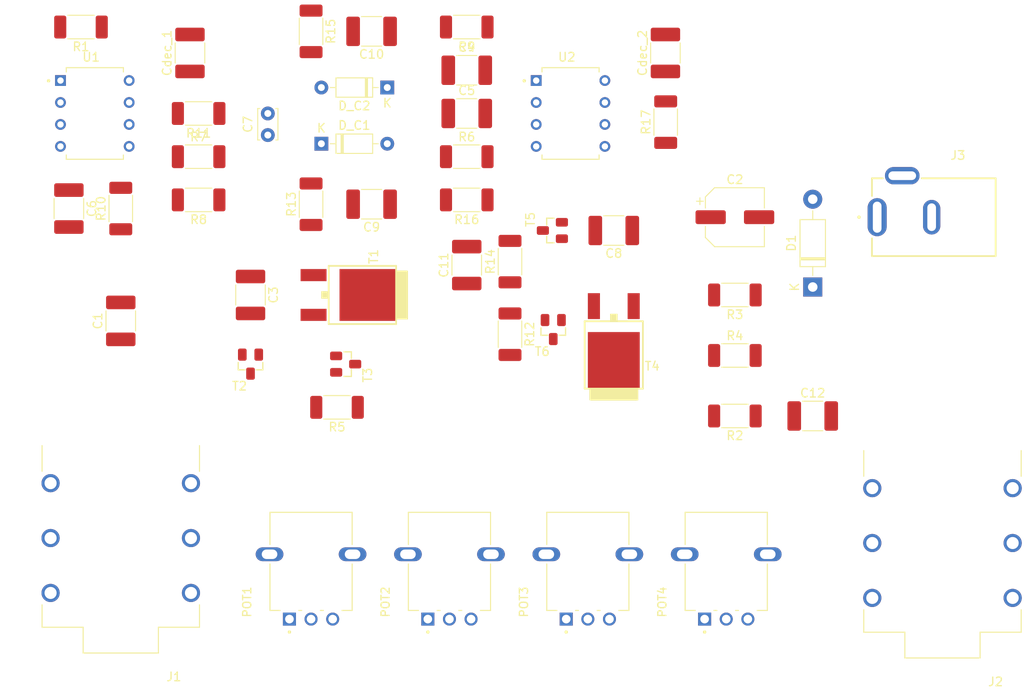
<source format=kicad_pcb>
(kicad_pcb (version 20240108) (generator "pcbnew") (generator_version "8.0")
  (layers (0 "F.Cu" signal) (31 "B.Cu" signal) (34 "B.Paste" user) (35 "F.Paste" user) (36 "B.SilkS" user "B.Silkscreen") (37 "F.SilkS" user "F.Silkscreen") (38 "B.Mask" user) (39 "F.Mask" user) (44 "Edge.Cuts" user))
  (net 0 "")
  (net 1 "Net-(C1-Pad1)")
  (net 2 "Net-(U1A-1IN+)")
  (net 3 "GND")
  (net 4 "+9V")
  (net 5 "Net-(U1A-1IN-)")
  (net 6 "Net-(C3-Pad2)")
  (net 7 "HF_BOOST")
  (net 8 "Net-(C4-Pad2)")
  (net 9 "Net-(U2A-1IN+)")
  (net 10 "Net-(C6-Pad1)")
  (net 11 "Net-(C7-Pad1)")
  (net 12 "Net-(U1B-2IN-)")
  (net 13 "Net-(U2A-1IN-)")
  (net 14 "Net-(C8-Pad2)")
  (net 15 "Net-(U1B-2OUT)")
  (net 16 "Net-(C9-Pad2)")
  (net 17 "Net-(C10-Pad2)")
  (net 18 "Net-(D_C1-K)")
  (net 19 "Net-(C11-Pad1)")
  (net 20 "Net-(C11-Pad2)")
  (net 21 "Net-(C12-Pad1)")
  (net 22 "Net-(C12-Pad2)")
  (net 23 "Net-(D1-K)")
  (net 24 "Net-(D1-A)")
  (net 35 "Net-(POT2-Pad1)")
  (net 36 "Net-(U2B-2IN+)")
  (net 37 "Net-(POT3-Pad1)")
  (net 38 "Net-(POT3-Pad3)")
  (net 39 "Net-(U2B-2IN-)")
  (net 40 "4.5V")
  (net 41 "Net-(U1B-2IN+)")
  (net 42 "Net-(T1-Pad3)")
  (net 43 "Net-(T4-Pad3)")
  (footprint "Resistor_SMD:R_2010_5025Metric_Pad1.40x2.65mm_HandSolder" (layer "F.Cu") (at 176 83.5 -90)
    (property "Reference" "R15" (at 0 -2.28 90) (layer "F.SilkS"))
    (property "Value" "1k")
    (fp_line (start -1.527064 1.36) (end 1.527064 1.36) (stroke (width 0.12)) (layer "F.SilkS"))
    (fp_line (start -1.527064 -1.36) (end 1.527064 -1.36) (stroke (width 0.12)) (layer "F.SilkS"))
    (pad "1" smd roundrect (at -2.4 0 270) (size 1.4 2.65) (layers "F.Cu" "F.Paste" "F.Mask") (roundrect_rratio 0.178571) (net 17 "Net-(C10-Pad2)"))
    (pad "2" smd roundrect (at 2.4 0 270) (size 1.4 2.65) (layers "F.Cu" "F.Paste" "F.Mask") (roundrect_rratio 0.178571) (net 37 "Net-(POT3-Pad1)"))
  )
  (footprint "TL072:TL072footprint" (layer "F.Cu") (at 151 93)
    (property "Reference" "U1" (at -0.42932 -6.51912 0) (layer "F.SilkS") (effects (font (size 1.004583 1.004583))))
    (property "Value" "TL072")
    (fp_line (start -3.3 -5.3) (end -3.3 -4.8) (stroke (width 0.127)) (layer "F.SilkS"))
    (fp_line (start -3.3 -5.3) (end 3.3 -5.3) (stroke (width 0.127)) (layer "F.SilkS"))
    (fp_line (start -3.3 4.8) (end -3.3 5.3) (stroke (width 0.127)) (layer "F.SilkS"))
    (fp_line (start 3.3 -5.3) (end 3.3 -4.8) (stroke (width 0.127)) (layer "F.SilkS"))
    (fp_line (start 3.3 4.8) (end 3.3 5.3) (stroke (width 0.127)) (layer "F.SilkS"))
    (fp_line (start 3.3 5.3) (end -3.3 5.3) (stroke (width 0.127)) (layer "F.SilkS"))
    (fp_circle (center -5.35 -3.78) (end -5.25 -3.78) (stroke (width 0.2)) (fill none) (layer "F.SilkS"))
    (pad "1" thru_hole rect (at -3.97 -3.81) (size 1.248 1.248) (drill 0.74) (layers "*.Cu" "*.Mask") (net 5 "Net-(U1A-1IN-)"))
    (pad "2" thru_hole circle (at -3.97 -1.27) (size 1.248 1.248) (drill 0.74) (layers "*.Cu" "*.Mask") (net 5 "Net-(U1A-1IN-)"))
    (pad "3" thru_hole circle (at -3.97 1.27) (size 1.248 1.248) (drill 0.74) (layers "*.Cu" "*.Mask") (net 2 "Net-(U1A-1IN+)"))
    (pad "4" thru_hole circle (at -3.97 3.81) (size 1.248 1.248) (drill 0.74) (layers "*.Cu" "*.Mask") (net 3 "GND"))
    (pad "5" thru_hole circle (at 3.97 3.81) (size 1.248 1.248) (drill 0.74) (layers "*.Cu" "*.Mask") (net 41 "Net-(U1B-2IN+)"))
    (pad "6" thru_hole circle (at 3.97 1.27) (size 1.248 1.248) (drill 0.74) (layers "*.Cu" "*.Mask") (net 12 "Net-(U1B-2IN-)"))
    (pad "7" thru_hole circle (at 3.97 -1.27) (size 1.248 1.248) (drill 0.74) (layers "*.Cu" "*.Mask") (net 15 "Net-(U1B-2OUT)"))
    (pad "8" thru_hole circle (at 3.97 -3.81) (size 1.248 1.248) (drill 0.74) (layers "*.Cu" "*.Mask") (net 4 "+9V"))
  )
  (footprint "9mm APLHA:POT_RD901F-40-15R1-B100K-00DL1" (layer "F.Cu") (at 192 144 90)
    (property "Reference" "POT2" (at -5.525 -7.4 270) (layer "F.SilkS") (effects (font (size 0.944882 0.944882))))
    (property "Value" "500k")
    (fp_line (start 4.85 -4.75) (end 4.85 4.75) (stroke (width 0.127)) (layer "F.SilkS"))
    (fp_line (start 1.12 -4.75) (end 4.85 -4.75) (stroke (width 0.127)) (layer "F.SilkS"))
    (fp_line (start -6.5 -4.75) (end -1.12 -4.75) (stroke (width 0.127)) (layer "F.SilkS"))
    (fp_line (start -6.5 -3.574) (end -6.5 -4.75) (stroke (width 0.127)) (layer "F.SilkS"))
    (fp_line (start -6.5 -1.074) (end -6.5 -1.426) (stroke (width 0.127)) (layer "F.SilkS"))
    (fp_line (start -6.5 1.426) (end -6.5 1.074) (stroke (width 0.127)) (layer "F.SilkS"))
    (fp_line (start -6.5 3.574) (end -6.5 4.75) (stroke (width 0.127)) (layer "F.SilkS"))
    (fp_line (start 4.85 4.75) (end 1.12 4.75) (stroke (width 0.127)) (layer "F.SilkS"))
    (fp_line (start -1.12 4.75) (end -6.5 4.75) (stroke (width 0.127)) (layer "F.SilkS"))
    (fp_circle (center -9 -2.5) (end -8.9 -2.5) (stroke (width 0.2)) (fill none) (layer "F.SilkS"))
    (pad "1" thru_hole rect (at -7.5 -2.5 90) (size 1.508 1.508) (drill 1) (layers "*.Cu" "*.Mask") (net 35 "Net-(POT2-Pad1)"))
    (pad "2" thru_hole circle (at -7.5 0 90) (size 1.508 1.508) (drill 1) (layers "*.Cu" "*.Mask") (net 3 "GND"))
    (pad "3" thru_hole circle (at -7.5 2.5 90) (size 1.508 1.508) (drill 1) (layers "*.Cu" "*.Mask"))
    (pad "SH1" thru_hole oval (at 0 -4.8 90) (size 1.6 3.2) (drill oval 1.1 1.8) (layers "*.Cu" "*.Mask"))
    (pad "SH2" thru_hole oval (at 0 4.8 90) (size 1.6 3.2) (drill oval 1.1 1.8) (layers "*.Cu" "*.Mask"))
  )
  (footprint "Capacitor_SMD:CP_Elec_6.3x5.4" (layer "F.Cu") (at 225 105)
    (property "Reference" "C2" (at 0 -4.35 360) (layer "F.SilkS"))
    (property "Value" "100u")
    (fp_line (start -4.4375 -1.8475) (end -3.65 -1.8475) (stroke (width 0.12)) (layer "F.SilkS"))
    (fp_line (start -4.04375 -2.24125) (end -4.04375 -1.45375) (stroke (width 0.12)) (layer "F.SilkS"))
    (fp_line (start -3.41 -2.345563) (end -3.41 -1.06) (stroke (width 0.12)) (layer "F.SilkS"))
    (fp_line (start -3.41 -2.345563) (end -2.345563 -3.41) (stroke (width 0.12)) (layer "F.SilkS"))
    (fp_line (start -3.41 2.345563) (end -3.41 1.06) (stroke (width 0.12)) (layer "F.SilkS"))
    (fp_line (start -3.41 2.345563) (end -2.345563 3.41) (stroke (width 0.12)) (layer "F.SilkS"))
    (fp_line (start -2.345563 -3.41) (end 3.41 -3.41) (stroke (width 0.12)) (layer "F.SilkS"))
    (fp_line (start -2.345563 3.41) (end 3.41 3.41) (stroke (width 0.12)) (layer "F.SilkS"))
    (fp_line (start 3.41 -3.41) (end 3.41 -1.06) (stroke (width 0.12)) (layer "F.SilkS"))
    (fp_line (start 3.41 3.41) (end 3.41 1.06) (stroke (width 0.12)) (layer "F.SilkS"))
    (pad "1" smd roundrect (at -2.8 0) (size 3.5 1.6) (layers "F.Cu" "F.Paste" "F.Mask") (roundrect_rratio 0.15625) (net 4 "+9V"))
    (pad "2" smd roundrect (at 2.8 0) (size 3.5 1.6) (layers "F.Cu" "F.Paste" "F.Mask") (roundrect_rratio 0.15625) (net 3 "GND"))
  )
  (footprint "Resistor_SMD:R_2010_5025Metric_Pad1.40x2.65mm_HandSolder" (layer "F.Cu") (at 149.4 83 180)
    (property "Reference" "R1" (at 0 -2.28 180) (layer "F.SilkS"))
    (property "Value" "1M")
    (fp_line (start -1.527064 1.36) (end 1.527064 1.36) (stroke (width 0.12)) (layer "F.SilkS"))
    (fp_line (start -1.527064 -1.36) (end 1.527064 -1.36) (stroke (width 0.12)) (layer "F.SilkS"))
    (pad "1" smd roundrect (at -2.4 0 180) (size 1.4 2.65) (layers "F.Cu" "F.Paste" "F.Mask") (roundrect_rratio 0.178571) (net 40 "4.5V"))
    (pad "2" smd roundrect (at 2.4 0 180) (size 1.4 2.65) (layers "F.Cu" "F.Paste" "F.Mask") (roundrect_rratio 0.178571) (net 2 "Net-(U1A-1IN+)"))
  )
  (footprint "Capacitor_SMD:C_1812_4532Metric_Pad1.57x3.40mm_HandSolder" (layer "F.Cu") (at 148 104 -90)
    (property "Reference" "C6" (at 0 -2.65 90) (layer "F.SilkS"))
    (property "Value" "0.1u")
    (fp_line (start -1.161252 1.71) (end 1.161252 1.71) (stroke (width 0.12)) (layer "F.SilkS"))
    (fp_line (start -1.161252 -1.71) (end 1.161252 -1.71) (stroke (width 0.12)) (layer "F.SilkS"))
    (pad "1" smd roundrect (at -2.1375 0 270) (size 1.575 3.4) (layers "F.Cu" "F.Paste" "F.Mask") (roundrect_rratio 0.15873) (net 10 "Net-(C6-Pad1)"))
    (pad "2" smd roundrect (at 2.1375 0 270) (size 1.575 3.4) (layers "F.Cu" "F.Paste" "F.Mask") (roundrect_rratio 0.15873) (net 7 "HF_BOOST"))
  )
  (footprint "TL072:TL072footprint" (layer "F.Cu") (at 206 93)
    (property "Reference" "U2" (at -0.42932 -6.51912 0) (layer "F.SilkS") (effects (font (size 1.004583 1.004583))))
    (property "Value" "TL072")
    (fp_line (start -3.3 -5.3) (end -3.3 -4.8) (stroke (width 0.127)) (layer "F.SilkS"))
    (fp_line (start -3.3 -5.3) (end 3.3 -5.3) (stroke (width 0.127)) (layer "F.SilkS"))
    (fp_line (start -3.3 4.8) (end -3.3 5.3) (stroke (width 0.127)) (layer "F.SilkS"))
    (fp_line (start 3.3 -5.3) (end 3.3 -4.8) (stroke (width 0.127)) (layer "F.SilkS"))
    (fp_line (start 3.3 4.8) (end 3.3 5.3) (stroke (width 0.127)) (layer "F.SilkS"))
    (fp_line (start 3.3 5.3) (end -3.3 5.3) (stroke (width 0.127)) (layer "F.SilkS"))
    (fp_circle (center -5.35 -3.78) (end -5.25 -3.78) (stroke (width 0.2)) (fill none) (layer "F.SilkS"))
    (pad "1" thru_hole rect (at -3.97 -3.81) (size 1.248 1.248) (drill 0.74) (layers "*.Cu" "*.Mask") (net 13 "Net-(U2A-1IN-)"))
    (pad "2" thru_hole circle (at -3.97 -1.27) (size 1.248 1.248) (drill 0.74) (layers "*.Cu" "*.Mask") (net 13 "Net-(U2A-1IN-)"))
    (pad "3" thru_hole circle (at -3.97 1.27) (size 1.248 1.248) (drill 0.74) (layers "*.Cu" "*.Mask") (net 9 "Net-(U2A-1IN+)"))
    (pad "4" thru_hole circle (at -3.97 3.81) (size 1.248 1.248) (drill 0.74) (layers "*.Cu" "*.Mask") (net 3 "GND"))
    (pad "5" thru_hole circle (at 3.97 3.81) (size 1.248 1.248) (drill 0.74) (layers "*.Cu" "*.Mask") (net 36 "Net-(U2B-2IN+)"))
    (pad "6" thru_hole circle (at 3.97 1.27) (size 1.248 1.248) (drill 0.74) (layers "*.Cu" "*.Mask") (net 39 "Net-(U2B-2IN-)"))
    (pad "7" thru_hole circle (at 3.97 -1.27) (size 1.248 1.248) (drill 0.74) (layers "*.Cu" "*.Mask") (net 39 "Net-(U2B-2IN-)"))
    (pad "8" thru_hole circle (at 3.97 -3.81) (size 1.248 1.248) (drill 0.74) (layers "*.Cu" "*.Mask") (net 4 "+9V"))
  )
  (footprint "Capacitor_SMD:C_1812_4532Metric_Pad1.57x3.40mm_HandSolder" (layer "F.Cu") (at 183 83.5 180)
    (property "Reference" "C10" (at 0 -2.65 180) (layer "F.SilkS"))
    (property "Value" "0.1u")
    (fp_line (start -1.161252 1.71) (end 1.161252 1.71) (stroke (width 0.12)) (layer "F.SilkS"))
    (fp_line (start -1.161252 -1.71) (end 1.161252 -1.71) (stroke (width 0.12)) (layer "F.SilkS"))
    (pad "1" smd roundrect (at -2.1375 0 180) (size 1.575 3.4) (layers "F.Cu" "F.Paste" "F.Mask") (roundrect_rratio 0.15873) (net 18 "Net-(D_C1-K)"))
    (pad "2" smd roundrect (at 2.1375 0 180) (size 1.575 3.4) (layers "F.Cu" "F.Paste" "F.Mask") (roundrect_rratio 0.15873) (net 17 "Net-(C10-Pad2)"))
  )
  (footprint "Jack DCJ200 DC_2.1_THT:GCT_DCJ200-10-A-XX-K_REVA" (layer "F.Cu") (at 248 105 90)
    (property "Reference" "J3" (at 7.15 2.7875 360) (layer "F.SilkS"))
    (property "Value" "DC jack")
    (fp_line (start 4.5 -7.15) (end 4.5 -5.9) (stroke (width 0.2)) (layer "F.SilkS"))
    (fp_line (start 2.45 -7.15) (end 4.5 -7.15) (stroke (width 0.2)) (layer "F.SilkS"))
    (fp_line (start -2.45 -7.15) (end -4.5 -7.15) (stroke (width 0.2)) (layer "F.SilkS"))
    (fp_line (start 4.5 7.15) (end 4.5 -1.4) (stroke (width 0.2)) (layer "F.SilkS"))
    (fp_line (start -4.5 7.15) (end -4.5 -7.15) (stroke (width 0.2)) (layer "F.SilkS"))
    (fp_line (start -4.5 7.15) (end 4.5 7.15) (stroke (width 0.2)) (layer "F.SilkS"))
    (fp_circle (center 0 -8.65) (end 0.1 -8.65) (stroke (width 0.2)) (fill none) (layer "F.SilkS"))
    (pad "1" thru_hole oval (at 0 -6.55 90) (size 4.4 2.2) (drill oval 3.6 1) (layers "*.Cu" "*.Mask") (net 24 "Net-(D1-A)"))
    (pad "2" thru_hole oval (at 0 -0.25 90) (size 4 2) (drill oval 3.2 1) (layers "*.Cu" "*.Mask") (net 3 "GND"))
    (pad "3" thru_hole oval (at 4.8 -3.65 90) (size 2 4) (drill oval 1 3.2) (layers "*.Cu" "*.Mask"))
  )
  (footprint "Resistor_SMD:R_2010_5025Metric_Pad1.40x2.65mm_HandSolder" (layer "F.Cu") (at 163 103 180)
    (property "Reference" "R8" (at 0 -2.28 180) (layer "F.SilkS"))
    (property "Value" "10K")
    (fp_line (start -1.527064 1.36) (end 1.527064 1.36) (stroke (width 0.12)) (layer "F.SilkS"))
    (fp_line (start -1.527064 -1.36) (end 1.527064 -1.36) (stroke (width 0.12)) (layer "F.SilkS"))
    (pad "1" smd roundrect (at -2.4 0 180) (size 1.4 2.65) (layers "F.Cu" "F.Paste" "F.Mask") (roundrect_rratio 0.178571) (net 7 "HF_BOOST"))
    (pad "2" smd roundrect (at 2.4 0 180) (size 1.4 2.65) (layers "F.Cu" "F.Paste" "F.Mask") (roundrect_rratio 0.178571) (net 41 "Net-(U1B-2IN+)"))
  )
  (footprint "Resistor_SMD:R_2010_5025Metric_Pad1.40x2.65mm_HandSolder" (layer "F.Cu") (at 176 103.5 90)
    (property "Reference" "R13" (at 0 -2.28 270) (layer "F.SilkS"))
    (property "Value" "330")
    (fp_line (start -1.527064 -1.36) (end 1.527064 -1.36) (stroke (width 0.12)) (layer "F.SilkS"))
    (fp_line (start -1.527064 1.36) (end 1.527064 1.36) (stroke (width 0.12)) (layer "F.SilkS"))
    (pad "1" smd roundrect (at -2.4 0 90) (size 1.4 2.65) (layers "F.Cu" "F.Paste" "F.Mask") (roundrect_rratio 0.178571) (net 16 "Net-(C9-Pad2)"))
    (pad "2" smd roundrect (at 2.4 0 90) (size 1.4 2.65) (layers "F.Cu" "F.Paste" "F.Mask") (roundrect_rratio 0.178571) (net 18 "Net-(D_C1-K)"))
  )
  (footprint "Resistor_SMD:R_2010_5025Metric_Pad1.40x2.65mm_HandSolder" (layer "F.Cu") (at 199 110.14 90)
    (property "Reference" "R14" (at 0 -2.28 270) (layer "F.SilkS"))
    (property "Value" "R")
    (fp_line (start -1.527064 -1.36) (end 1.527064 -1.36) (stroke (width 0.12)) (layer "F.SilkS"))
    (fp_line (start -1.527064 1.36) (end 1.527064 1.36) (stroke (width 0.12)) (layer "F.SilkS"))
    (pad "1" smd roundrect (at -2.4 0 90) (size 1.4 2.65) (layers "F.Cu" "F.Paste" "F.Mask") (roundrect_rratio 0.178571) (net 19 "Net-(C11-Pad1)"))
    (pad "2" smd roundrect (at 2.4 0 90) (size 1.4 2.65) (layers "F.Cu" "F.Paste" "F.Mask") (roundrect_rratio 0.178571) (net 3 "GND"))
  )
  (footprint "Capacitor_SMD:C_1812_4532Metric_Pad1.57x3.40mm_HandSolder" (layer "F.Cu") (at 194 110.54 90)
    (property "Reference" "C11" (at 0 -2.65 270) (layer "F.SilkS"))
    (property "Value" "0.1u")
    (fp_line (start -1.161252 -1.71) (end 1.161252 -1.71) (stroke (width 0.12)) (layer "F.SilkS"))
    (fp_line (start -1.161252 1.71) (end 1.161252 1.71) (stroke (width 0.12)) (layer "F.SilkS"))
    (pad "1" smd roundrect (at -2.1375 0 90) (size 1.575 3.4) (layers "F.Cu" "F.Paste" "F.Mask") (roundrect_rratio 0.15873) (net 19 "Net-(C11-Pad1)"))
    (pad "2" smd roundrect (at 2.1375 0 90) (size 1.575 3.4) (layers "F.Cu" "F.Paste" "F.Mask") (roundrect_rratio 0.15873) (net 20 "Net-(C11-Pad2)"))
  )
  (footprint "Resistor_SMD:R_2010_5025Metric_Pad1.40x2.65mm_HandSolder" (layer "F.Cu") (at 179 127 180)
    (property "Reference" "R5" (at 0 -2.28 180) (layer "F.SilkS"))
    (property "Value" "R")
    (fp_line (start -1.527064 1.36) (end 1.527064 1.36) (stroke (width 0.12)) (layer "F.SilkS"))
    (fp_line (start -1.527064 -1.36) (end 1.527064 -1.36) (stroke (width 0.12)) (layer "F.SilkS"))
    (pad "1" smd roundrect (at -2.4 0 180) (size 1.4 2.65) (layers "F.Cu" "F.Paste" "F.Mask") (roundrect_rratio 0.178571) (net 10 "Net-(C6-Pad1)"))
    (pad "2" smd roundrect (at 2.4 0 180) (size 1.4 2.65) (layers "F.Cu" "F.Paste" "F.Mask") (roundrect_rratio 0.178571) (net 3 "GND"))
  )
  (footprint "Resistor_SMD:R_2010_5025Metric_Pad1.40x2.65mm_HandSolder" (layer "F.Cu") (at 225 128 180)
    (property "Reference" "R2" (at 0 -2.28 180) (layer "F.SilkS"))
    (property "Value" "47")
    (fp_line (start -1.527064 1.36) (end 1.527064 1.36) (stroke (width 0.12)) (layer "F.SilkS"))
    (fp_line (start -1.527064 -1.36) (end 1.527064 -1.36) (stroke (width 0.12)) (layer "F.SilkS"))
    (pad "1" smd roundrect (at -2.4 0 180) (size 1.4 2.65) (layers "F.Cu" "F.Paste" "F.Mask") (roundrect_rratio 0.178571) (net 4 "+9V"))
    (pad "2" smd roundrect (at 2.4 0 180) (size 1.4 2.65) (layers "F.Cu" "F.Paste" "F.Mask") (roundrect_rratio 0.178571) (net 23 "Net-(D1-K)"))
  )
  (footprint "TRS_JACK_6.3mm:NEUTRIK_NMJ6HFD2-AU" (layer "F.Cu") (at 154 131.425 180)
    (property "Reference" "J1" (at -6.145 -26.75 180) (layer "F.SilkS"))
    (property "Value" "Jack entrada")
    (fp_line (start 9.1 -2.98) (end 9.1 0) (stroke (width 0.127)) (layer "F.SilkS"))
    (fp_line (start 9.1 -21.02) (end 9.1 -18.42) (stroke (width 0.127)) (layer "F.SilkS"))
    (fp_line (start 4.35 -21.02) (end 9.1 -21.02) (stroke (width 0.127)) (layer "F.SilkS"))
    (fp_line (start 4.35 -24) (end 4.35 -21.02) (stroke (width 0.127)) (layer "F.SilkS"))
    (fp_line (start -4.35 -21.02) (end -4.35 -24) (stroke (width 0.127)) (layer "F.SilkS"))
    (fp_line (start -4.35 -24) (end 4.35 -24) (stroke (width 0.127)) (layer "F.SilkS"))
    (fp_line (start -9.1 0) (end -9.1 -2.98) (stroke (width 0.127)) (layer "F.SilkS"))
    (fp_line (start -9.1 -18.42) (end -9.1 -21.02) (stroke (width 0.127)) (layer "F.SilkS"))
    (fp_line (start -9.1 -21.02) (end -4.35 -21.02) (stroke (width 0.127)) (layer "F.SilkS"))
    (pad "R" thru_hole circle (at 8.115 -10.7 180) (size 2.1 2.1) (drill 1.4) (layers "*.Cu" "*.Mask") (net 3 "GND"))
    (pad "RN" thru_hole circle (at -8.115 -10.7 180) (size 2.1 2.1) (drill 1.4) (layers "*.Cu" "*.Mask"))
    (pad "S" thru_hole circle (at 8.115 -4.35 180) (size 2.1 2.1) (drill 1.4) (layers "*.Cu" "*.Mask"))
    (pad "SN" thru_hole circle (at -8.115 -4.35 180) (size 2.1 2.1) (drill 1.4) (layers "*.Cu" "*.Mask"))
    (pad "T" thru_hole circle (at 8.115 -17.05 180) (size 2.1 2.1) (drill 1.4) (layers "*.Cu" "*.Mask") (net 1 "Net-(C1-Pad1)"))
    (pad "TN" thru_hole circle (at -8.115 -17.05 180) (size 2.1 2.1) (drill 1.4) (layers "*.Cu" "*.Mask"))
  )
  (footprint "Resistor_SMD:R_2010_5025Metric_Pad1.40x2.65mm_HandSolder" (layer "F.Cu") (at 225 121)
    (property "Reference" "R4" (at 0 -2.28 360) (layer "F.SilkS"))
    (property "Value" "1M")
    (fp_line (start -1.527064 -1.36) (end 1.527064 -1.36) (stroke (width 0.12)) (layer "F.SilkS"))
    (fp_line (start -1.527064 1.36) (end 1.527064 1.36) (stroke (width 0.12)) (layer "F.SilkS"))
    (pad "1" smd roundrect (at -2.4 0) (size 1.4 2.65) (layers "F.Cu" "F.Paste" "F.Mask") (roundrect_rratio 0.178571) (net 40 "4.5V"))
    (pad "2" smd roundrect (at 2.4 0) (size 1.4 2.65) (layers "F.Cu" "F.Paste" "F.Mask") (roundrect_rratio 0.178571) (net 4 "+9V"))
  )
  (footprint "9mm APLHA:POT_RD901F-40-15R1-B100K-00DL1" (layer "F.Cu") (at 208 144 90)
    (property "Reference" "POT3" (at -5.525 -7.4 270) (layer "F.SilkS") (effects (font (size 0.944882 0.944882))))
    (property "Value" "10K")
    (fp_line (start 4.85 -4.75) (end 4.85 4.75) (stroke (width 0.127)) (layer "F.SilkS"))
    (fp_line (start 1.12 -4.75) (end 4.85 -4.75) (stroke (width 0.127)) (layer "F.SilkS"))
    (fp_line (start -6.5 -4.75) (end -1.12 -4.75) (stroke (width 0.127)) (layer "F.SilkS"))
    (fp_line (start -6.5 -3.574) (end -6.5 -4.75) (stroke (width 0.127)) (layer "F.SilkS"))
    (fp_line (start -6.5 -1.074) (end -6.5 -1.426) (stroke (width 0.127)) (layer "F.SilkS"))
    (fp_line (start -6.5 1.426) (end -6.5 1.074) (stroke (width 0.127)) (layer "F.SilkS"))
    (fp_line (start -6.5 3.574) (end -6.5 4.75) (stroke (width 0.127)) (layer "F.SilkS"))
    (fp_line (start 4.85 4.75) (end 1.12 4.75) (stroke (width 0.127)) (layer "F.SilkS"))
    (fp_line (start -1.12 4.75) (end -6.5 4.75) (stroke (width 0.127)) (layer "F.SilkS"))
    (fp_circle (center -9 -2.5) (end -8.9 -2.5) (stroke (width 0.2)) (fill none) (layer "F.SilkS"))
    (pad "1" thru_hole rect (at -7.5 -2.5 90) (size 1.508 1.508) (drill 1) (layers "*.Cu" "*.Mask") (net 37 "Net-(POT3-Pad1)"))
    (pad "2" thru_hole circle (at -7.5 0 90) (size 1.508 1.508) (drill 1) (layers "*.Cu" "*.Mask") (net 36 "Net-(U2B-2IN+)"))
    (pad "3" thru_hole circle (at -7.5 2.5 90) (size 1.508 1.508) (drill 1) (layers "*.Cu" "*.Mask") (net 38 "Net-(POT3-Pad3)"))
    (pad "SH1" thru_hole oval (at 0 -4.8 90) (size 1.6 3.2) (drill oval 1.1 1.8) (layers "*.Cu" "*.Mask"))
    (pad "SH2" thru_hole oval (at 0 4.8 90) (size 1.6 3.2) (drill oval 1.1 1.8) (layers "*.Cu" "*.Mask"))
  )
  (footprint "Resistor_SMD:R_2010_5025Metric_Pad1.40x2.65mm_HandSolder" (layer "F.Cu") (at 163 93 180)
    (property "Reference" "R11" (at 0 -2.28 180) (layer "F.SilkS"))
    (property "Value" "500k")
    (fp_line (start -1.527064 1.36) (end 1.527064 1.36) (stroke (width 0.12)) (layer "F.SilkS"))
    (fp_line (start -1.527064 -1.36) (end 1.527064 -1.36) (stroke (width 0.12)) (layer "F.SilkS"))
    (pad "1" smd roundrect (at -2.4 0 180) (size 1.4 2.65) (layers "F.Cu" "F.Paste" "F.Mask") (roundrect_rratio 0.178571) (net 12 "Net-(U1B-2IN-)"))
    (pad "2" smd roundrect (at 2.4 0 180) (size 1.4 2.65) (layers "F.Cu" "F.Paste" "F.Mask") (roundrect_rratio 0.178571) (net 15 "Net-(U1B-2OUT)"))
  )
  (footprint "Resistor_SMD:R_2010_5025Metric_Pad1.40x2.65mm_HandSolder" (layer "F.Cu") (at 154 104 90)
    (property "Reference" "R10" (at 0 -2.28 270) (layer "F.SilkS"))
    (property "Value" "1M")
    (fp_line (start -1.527064 -1.36) (end 1.527064 -1.36) (stroke (width 0.12)) (layer "F.SilkS"))
    (fp_line (start -1.527064 1.36) (end 1.527064 1.36) (stroke (width 0.12)) (layer "F.SilkS"))
    (pad "1" smd roundrect (at -2.4 0 90) (size 1.4 2.65) (layers "F.Cu" "F.Paste" "F.Mask") (roundrect_rratio 0.178571) (net 3 "GND"))
    (pad "2" smd roundrect (at 2.4 0 90) (size 1.4 2.65) (layers "F.Cu" "F.Paste" "F.Mask") (roundrect_rratio 0.178571) (net 41 "Net-(U1B-2IN+)"))
  )
  (footprint "MMBF170:SOT23" (layer "F.Cu") (at 180 122 -90)
    (property "Reference" "T3" (at 1.27 -2.54 90) (layer "F.SilkS"))
    (property "Value" "MMBF170")
    (fp_line (start -1.4224 0.1854) (end -1.4224 -0.6604) (stroke (width 0.1524)) (layer "F.SilkS"))
    (fp_line (start -1.4224 -0.6604) (end -0.6576 -0.6604) (stroke (width 0.1524)) (layer "F.SilkS"))
    (fp_line (start 0.6326 -0.6604) (end 1.4224 -0.6604) (stroke (width 0.1524)) (layer "F.SilkS"))
    (fp_line (start 1.4224 -0.6604) (end 1.4224 0.1854) (stroke (width 0.1524)) (layer "F.SilkS"))
    (pad "1" smd roundrect (at -0.95 1.1 270) (size 1 1.4) (layers "F.Cu" "F.Paste" "F.Mask") (roundrect_rratio 0.21) (net 42 "Net-(T1-Pad3)"))
    (pad "2" smd roundrect (at 0.95 1.1 270) (size 1 1.4) (layers "F.Cu" "F.Paste" "F.Mask") (roundrect_rratio 0.21) (net 10 "Net-(C6-Pad1)"))
    (pad "3" smd roundrect (at 0 -1.1 270) (size 1 1.4) (layers "F.Cu" "F.Paste" "F.Mask") (roundrect_rratio 0.21) (net 4 "+9V"))
  )
  (footprint "9mm APLHA:POT_RD901F-40-15R1-B100K-00DL1" (layer "F.Cu") (at 224 144 90)
    (property "Reference" "POT4" (at -5.525 -7.4 270) (layer "F.SilkS") (effects (font (size 0.944882 0.944882))))
    (property "Value" "10K")
    (fp_line (start 4.85 -4.75) (end 4.85 4.75) (stroke (width 0.127)) (layer "F.SilkS"))
    (fp_line (start 1.12 -4.75) (end 4.85 -4.75) (stroke (width 0.127)) (layer "F.SilkS"))
    (fp_line (start -6.5 -4.75) (end -1.12 -4.75) (stroke (width 0.127)) (layer "F.SilkS"))
    (fp_line (start -6.5 -3.574) (end -6.5 -4.75) (stroke (width 0.127)) (layer "F.SilkS"))
    (fp_line (start -6.5 -1.074) (end -6.5 -1.426) (stroke (width 0.127)) (layer "F.SilkS"))
    (fp_line (start -6.5 1.426) (end -6.5 1.074) (stroke (width 0.127)) (layer "F.SilkS"))
    (fp_line (start -6.5 3.574) (end -6.5 4.75) (stroke (width 0.127)) (layer "F.SilkS"))
    (fp_line (start 4.85 4.75) (end 1.12 4.75) (stroke (width 0.127)) (layer "F.SilkS"))
    (fp_line (start -1.12 4.75) (end -6.5 4.75) (stroke (width 0.127)) (layer "F.SilkS"))
    (fp_circle (center -9 -2.5) (end -8.9 -2.5) (stroke (width 0.2)) (fill none) (layer "F.SilkS"))
    (pad "1" thru_hole rect (at -7.5 -2.5 90) (size 1.508 1.508) (drill 1) (layers "*.Cu" "*.Mask") (net 39 "Net-(U2B-2IN-)"))
    (pad "2" thru_hole circle (at -7.5 0 90) (size 1.508 1.508) (drill 1) (layers "*.Cu" "*.Mask") (net 21 "Net-(C12-Pad1)"))
    (pad "3" thru_hole circle (at -7.5 2.5 90) (size 1.508 1.508) (drill 1) (layers "*.Cu" "*.Mask") (net 3 "GND"))
    (pad "SH1" thru_hole oval (at 0 -4.8 90) (size 1.6 3.2) (drill oval 1.1 1.8) (layers "*.Cu" "*.Mask"))
    (pad "SH2" thru_hole oval (at 0 4.8 90) (size 1.6 3.2) (drill oval 1.1 1.8) (layers "*.Cu" "*.Mask"))
  )
  (footprint "Capacitor_SMD:C_1812_4532Metric_Pad1.57x3.40mm_HandSolder" (layer "F.Cu") (at 183 103.5 180)
    (property "Reference" "C9" (at 0 -2.65 180) (layer "F.SilkS"))
    (property "Value" "0.1u")
    (fp_line (start -1.161252 1.71) (end 1.161252 1.71) (stroke (width 0.12)) (layer "F.SilkS"))
    (fp_line (start -1.161252 -1.71) (end 1.161252 -1.71) (stroke (width 0.12)) (layer "F.SilkS"))
    (pad "1" smd roundrect (at -2.1375 0 180) (size 1.575 3.4) (layers "F.Cu" "F.Paste" "F.Mask") (roundrect_rratio 0.15873) (net 15 "Net-(U1B-2OUT)"))
    (pad "2" smd roundrect (at 2.1375 0 180) (size 1.575 3.4) (layers "F.Cu" "F.Paste" "F.Mask") (roundrect_rratio 0.15873) (net 16 "Net-(C9-Pad2)"))
  )
  (footprint "Resistor_SMD:R_2010_5025Metric_Pad1.40x2.65mm_HandSolder" (layer "F.Cu") (at 225 114 180)
    (property "Reference" "R3" (at 0 -2.28 180) (layer "F.SilkS"))
    (property "Value" "1M")
    (fp_line (start -1.527064 1.36) (end 1.527064 1.36) (stroke (width 0.12)) (layer "F.SilkS"))
    (fp_line (start -1.527064 -1.36) (end 1.527064 -1.36) (stroke (width 0.12)) (layer "F.SilkS"))
    (pad "1" smd roundrect (at -2.4 0 180) (size 1.4 2.65) (layers "F.Cu" "F.Paste" "F.Mask") (roundrect_rratio 0.178571) (net 40 "4.5V"))
    (pad "2" smd roundrect (at 2.4 0 180) (size 1.4 2.65) (layers "F.Cu" "F.Paste" "F.Mask") (roundrect_rratio 0.178571) (net 3 "GND"))
  )
  (footprint "Capacitor_SMD:C_1812_4532Metric_Pad1.57x3.40mm_HandSolder" (layer "F.Cu") (at 234 128)
    (property "Reference" "C12" (at 0 -2.65 360) (layer "F.SilkS"))
    (property "Value" "0.1u")
    (fp_line (start -1.161252 -1.71) (end 1.161252 -1.71) (stroke (width 0.12)) (layer "F.SilkS"))
    (fp_line (start -1.161252 1.71) (end 1.161252 1.71) (stroke (width 0.12)) (layer "F.SilkS"))
    (pad "1" smd roundrect (at -2.1375 0) (size 1.575 3.4) (layers "F.Cu" "F.Paste" "F.Mask") (roundrect_rratio 0.15873) (net 21 "Net-(C12-Pad1)"))
    (pad "2" smd roundrect (at 2.1375 0) (size 1.575 3.4) (layers "F.Cu" "F.Paste" "F.Mask") (roundrect_rratio 0.15873) (net 22 "Net-(C12-Pad2)"))
  )
  (footprint "TRS_JACK_6.3mm:NEUTRIK_NMJ6HFD2-AU" (layer "F.Cu") (at 249 132 180)
    (property "Reference" "J2" (at -6.145 -26.75 180) (layer "F.SilkS"))
    (property "Value" "Jack salida")
    (fp_line (start 9.1 -2.98) (end 9.1 0) (stroke (width 0.127)) (layer "F.SilkS"))
    (fp_line (start 9.1 -21.02) (end 9.1 -18.42) (stroke (width 0.127)) (layer "F.SilkS"))
    (fp_line (start 4.35 -21.02) (end 9.1 -21.02) (stroke (width 0.127)) (layer "F.SilkS"))
    (fp_line (start 4.35 -24) (end 4.35 -21.02) (stroke (width 0.127)) (layer "F.SilkS"))
    (fp_line (start -4.35 -21.02) (end -4.35 -24) (stroke (width 0.127)) (layer "F.SilkS"))
    (fp_line (start -4.35 -24) (end 4.35 -24) (stroke (width 0.127)) (layer "F.SilkS"))
    (fp_line (start -9.1 0) (end -9.1 -2.98) (stroke (width 0.127)) (layer "F.SilkS"))
    (fp_line (start -9.1 -18.42) (end -9.1 -21.02) (stroke (width 0.127)) (layer "F.SilkS"))
    (fp_line (start -9.1 -21.02) (end -4.35 -21.02) (stroke (width 0.127)) (layer "F.SilkS"))
    (pad "R" thru_hole circle (at 8.115 -10.7 180) (size 2.1 2.1) (drill 1.4) (layers "*.Cu" "*.Mask") (net 3 "GND"))
    (pad "RN" thru_hole circle (at -8.115 -10.7 180) (size 2.1 2.1) (drill 1.4) (layers "*.Cu" "*.Mask"))
    (pad "S" thru_hole circle (at 8.115 -4.35 180) (size 2.1 2.1) (drill 1.4) (layers "*.Cu" "*.Mask"))
    (pad "SN" thru_hole circle (at -8.115 -4.35 180) (size 2.1 2.1) (drill 1.4) (layers "*.Cu" "*.Mask"))
    (pad "T" thru_hole circle (at 8.115 -17.05 180) (size 2.1 2.1) (drill 1.4) (layers "*.Cu" "*.Mask") (net 22 "Net-(C12-Pad2)"))
    (pad "TN" thru_hole circle (at -8.115 -17.05 180) (size 2.1 2.1) (drill 1.4) (layers "*.Cu" "*.Mask"))
  )
  (footprint "Capacitor_THT:C_Disc_D3.4mm_W2.1mm_P2.50mm" (layer "F.Cu") (at 171 95.5 90)
    (property "Reference" "C7" (at 1.25 -2.3 270) (layer "F.SilkS"))
    (property "Value" "47n")
    (fp_line (start 3.07 -1.17) (end 3.07 -0.925) (stroke (width 0.12)) (layer "F.SilkS"))
    (fp_line (start -0.57 -1.17) (end 3.07 -1.17) (stroke (width 0.12)) (layer "F.SilkS"))
    (fp_line (start -0.57 -1.17) (end -0.57 -0.925) (stroke (width 0.12)) (layer "F.SilkS"))
    (fp_line (start 3.07 0.925) (end 3.07 1.17) (stroke (width 0.12)) (layer "F.SilkS"))
    (fp_line (start -0.57 0.925) (end -0.57 1.17) (stroke (width 0.12)) (layer "F.SilkS"))
    (fp_line (start -0.57 1.17) (end 3.07 1.17) (stroke (width 0.12)) (layer "F.SilkS"))
    (pad "1" thru_hole circle (at 0 0 90) (size 1.6 1.6) (drill 0.8) (layers "*.Cu" "*.Mask") (net 11 "Net-(C7-Pad1)"))
    (pad "2" thru_hole circle (at 2.5 0 90) (size 1.6 1.6) (drill 0.8) (layers "*.Cu" "*.Mask") (net 12 "Net-(U1B-2IN-)"))
  )
  (footprint "FDD4141:TO252-DPAK" (layer "F.Cu") (at 182.54 114 -90)
    (property "Reference" "T1" (at -4.445 -0.695 90) (layer "F.SilkS"))
    (property "Value" "FDD4141")
    (fp_line (start -3.365 4.499) (end -3.365 -3.2954) (stroke (width 0.2032)) (layer "F.SilkS"))
    (fp_line (start 3.365 4.499) (end -3.365 4.499) (stroke (width 0.2032)) (layer "F.SilkS"))
    (fp_line (start -3.365 -3.295) (end 3.365 -3.2946) (stroke (width 0.2032)) (layer "F.SilkS"))
    (fp_line (start 3.365 -3.2954) (end 3.365 4.499) (stroke (width 0.2032)) (layer "F.SilkS"))
    (fp_line (start -2.5654 -3.397) (end -2.5654 -4.5654) (stroke (width 0.2032)) (layer "F.SilkS"))
    (fp_line (start 2.5654 -3.397) (end -2.5654 -3.397) (stroke (width 0.2032)) (layer "F.SilkS"))
    (fp_line (start -2.5654 -4.5654) (end 2.5654 -4.5654) (stroke (width 0.2032)) (layer "F.SilkS"))
    (fp_line (start 2.5654 -4.5654) (end 2.5654 -3.397) (stroke (width 0.2032)) (layer "F.SilkS"))
    (fp_poly (pts (xy -0.4318 4.6006) (xy 0.4318 4.6006) (xy 0.4318 5.3626) (xy -0.4318 5.3626)) (stroke (width 0.01)) (fill solid) (layer "F.SilkS"))
    (fp_poly (pts (xy -2.73 -3.397) (xy -2.73 -4.5654) (xy 2.73 -4.5654) (xy 2.73 -3.397)) (stroke (width 0.1998)) (fill solid) (layer "F.SilkS"))
    (pad "1" smd rect (at -2.3 6.25 270) (size 1.4 3) (layers "F.Cu" "F.Paste" "F.Mask") (net 6 "Net-(C3-Pad2)"))
    (pad "2" smd rect (at 0 0 270) (size 6 6.5) (layers "F.Cu" "F.Paste" "F.Mask") (net 4 "+9V"))
    (pad "3" smd rect (at 2.3 6.25 270) (size 1.4 3) (layers "F.Cu" "F.Paste" "F.Mask") (net 42 "Net-(T1-Pad3)"))
  )
  (footprint "Capacitor_SMD:C_1812_4532Metric_Pad1.57x3.40mm_HandSolder" (layer "F.Cu") (at 216.97 86 90)
    (property "Reference" "Cdec_2" (at 0 -2.65 270) (layer "F.SilkS"))
    (property "Value" "0.01u")
    (fp_line (start -1.161252 -1.71) (end 1.161252 -1.71) (stroke (width 0.12)) (layer "F.SilkS"))
    (fp_line (start -1.161252 1.71) (end 1.161252 1.71) (stroke (width 0.12)) (layer "F.SilkS"))
    (pad "1" smd roundrect (at -2.1375 0 90) (size 1.575 3.4) (layers "F.Cu" "F.Paste" "F.Mask") (roundrect_rratio 0.15873) (net 4 "+9V"))
    (pad "2" smd roundrect (at 2.1375 0 90) (size 1.575 3.4) (layers "F.Cu" "F.Paste" "F.Mask") (roundrect_rratio 0.15873) (net 3 "GND"))
  )
  (footprint "Capacitor_SMD:C_1812_4532Metric_Pad1.57x3.40mm_HandSolder" (layer "F.Cu") (at 194 93)
    (property "Reference" "C5" (at 0 -2.65 360) (layer "F.SilkS"))
    (property "Value" "0.01u")
    (fp_line (start -1.161252 -1.71) (end 1.161252 -1.71) (stroke (width 0.12)) (layer "F.SilkS"))
    (fp_line (start -1.161252 1.71) (end 1.161252 1.71) (stroke (width 0.12)) (layer "F.SilkS"))
    (pad "1" smd roundrect (at -2.1375 0) (size 1.575 3.4) (layers "F.Cu" "F.Paste" "F.Mask") (roundrect_rratio 0.15873) (net 8 "Net-(C4-Pad2)"))
    (pad "2" smd roundrect (at 2.1375 0) (size 1.575 3.4) (layers "F.Cu" "F.Paste" "F.Mask") (roundrect_rratio 0.15873) (net 9 "Net-(U2A-1IN+)"))
  )
  (footprint "Diode_THT:D_DO-41_SOD81_P10.16mm_Horizontal" (layer "F.Cu") (at 234 113.08 90)
    (property "Reference" "D1" (at 5.08 -2.47 270) (layer "F.SilkS"))
    (property "Value" "1N5817")
    (fp_line (start 7.8 -1.47) (end 2.36 -1.47) (stroke (width 0.12)) (layer "F.SilkS"))
    (fp_line (start 3.38 -1.47) (end 3.38 1.47) (stroke (width 0.12)) (layer "F.SilkS"))
    (fp_line (start 3.26 -1.47) (end 3.26 1.47) (stroke (width 0.12)) (layer "F.SilkS"))
    (fp_line (start 3.14 -1.47) (end 3.14 1.47) (stroke (width 0.12)) (layer "F.SilkS"))
    (fp_line (start 2.36 -1.47) (end 2.36 1.47) (stroke (width 0.12)) (layer "F.SilkS"))
    (fp_line (start 8.82 0) (end 7.8 0) (stroke (width 0.12)) (layer "F.SilkS"))
    (fp_line (start 1.34 0) (end 2.36 0) (stroke (width 0.12)) (layer "F.SilkS"))
    (fp_line (start 7.8 1.47) (end 7.8 -1.47) (stroke (width 0.12)) (layer "F.SilkS"))
    (fp_line (start 2.36 1.47) (end 7.8 1.47) (stroke (width 0.12)) (layer "F.SilkS"))
    (fp_text user "K" (at 0 -2.1 270) (layer "F.SilkS"))
    (pad "1" thru_hole rect (at 0 0 90) (size 2.2 2.2) (drill 1.1) (layers "*.Cu" "*.Mask") (net 23 "Net-(D1-K)"))
    (pad "2" thru_hole oval (at 10.16 0 90) (size 2.2 2.2) (drill 1.1) (layers "*.Cu" "*.Mask") (net 24 "Net-(D1-A)"))
  )
  (footprint "FDD4141:TO252-DPAK" (layer "F.Cu") (at 211 121.54 180)
    (property "Reference" "T4" (at -4.445 -0.695 180) (layer "F.SilkS"))
    (property "Value" "FDD4141")
    (fp_line (start 3.365 4.499) (end -3.365 4.499) (stroke (width 0.2032)) (layer "F.SilkS"))
    (fp_line (start 3.365 -3.2954) (end 3.365 4.499) (stroke (width 0.2032)) (layer "F.SilkS"))
    (fp_line (start 2.5654 -3.397) (end -2.5654 -3.397) (stroke (width 0.2032)) (layer "F.SilkS"))
    (fp_line (start 2.5654 -4.5654) (end 2.5654 -3.397) (stroke (width 0.2032)) (layer "F.SilkS"))
    (fp_line (start -2.5654 -3.397) (end -2.5654 -4.5654) (stroke (width 0.2032)) (layer "F.SilkS"))
    (fp_line (start -2.5654 -4.5654) (end 2.5654 -4.5654) (stroke (width 0.2032)) (layer "F.SilkS"))
    (fp_line (start -3.365 4.499) (end -3.365 -3.2954) (stroke (width 0.2032)) (layer "F.SilkS"))
    (fp_line (start -3.365 -3.295) (end 3.365 -3.2946) (stroke (width 0.2032)) (layer "F.SilkS"))
    (fp_poly (pts (xy -0.4318 4.6006) (xy 0.4318 4.6006) (xy 0.4318 5.3626) (xy -0.4318 5.3626)) (stroke (width 0.01)) (fill solid) (layer "F.SilkS"))
    (fp_poly (pts (xy -2.73 -3.397) (xy -2.73 -4.5654) (xy 2.73 -4.5654) (xy 2.73 -3.397)) (stroke (width 0.1998)) (fill solid) (layer "F.SilkS"))
    (pad "1" smd rect (at -2.3 6.25 180) (size 1.4 3) (layers "F.Cu" "F.Paste" "F.Mask") (net 14 "Net-(C8-Pad2)"))
    (pad "2" smd rect (at 0 0 180) (size 6 6.5) (layers "F.Cu" "F.Paste" "F.Mask") (net 4 "+9V"))
    (pad "3" smd rect (at 2.3 6.25 180) (size 1.4 3) (layers "F.Cu" "F.Paste" "F.Mask") (net 43 "Net-(T4-Pad3)"))
  )
  (footprint "Resistor_SMD:R_2010_5025Metric_Pad1.40x2.65mm_HandSolder" (layer "F.Cu") (at 217 94 90)
    (property "Reference" "R17" (at 0 -2.28 270) (layer "F.SilkS"))
    (property "Value" "1M")
    (fp_line (start -1.527064 -1.36) (end 1.527064 -1.36) (stroke (width 0.12)) (layer "F.SilkS"))
    (fp_line (start -1.527064 1.36) (end 1.527064 1.36) (stroke (width 0.12)) (layer "F.SilkS"))
    (pad "1" smd roundrect (at -2.4 0 90) (size 1.4 2.65) (layers "F.Cu" "F.Paste" "F.Mask") (roundrect_rratio 0.178571) (net 40 "4.5V"))
    (pad "2" smd roundrect (at 2.4 0 90) (size 1.4 2.65) (layers "F.Cu" "F.Paste" "F.Mask") (roundrect_rratio 0.178571) (net 36 "Net-(U2B-2IN+)"))
  )
  (footprint "Capacitor_SMD:C_1812_4532Metric_Pad1.57x3.40mm_HandSolder" (layer "F.Cu") (at 169 114 -90)
    (property "Reference" "C3" (at 0 -2.65 90) (layer "F.SilkS"))
    (property "Value" "0.1u")
    (fp_line (start -1.161252 1.71) (end 1.161252 1.71) (stroke (width 0.12)) (layer "F.SilkS"))
    (fp_line (start -1.161252 -1.71) (end 1.161252 -1.71) (stroke (width 0.12)) (layer "F.SilkS"))
    (pad "1" smd roundrect (at -2.1375 0 270) (size 1.575 3.4) (layers "F.Cu" "F.Paste" "F.Mask") (roundrect_rratio 0.15873) (net 5 "Net-(U1A-1IN-)"))
    (pad "2" smd roundrect (at 2.1375 0 270) (size 1.575 3.4) (layers "F.Cu" "F.Paste" "F.Mask") (roundrect_rratio 0.15873) (net 6 "Net-(C3-Pad2)"))
  )
  (footprint "Resistor_SMD:R_2010_5025Metric_Pad1.40x2.65mm_HandSolder" (layer "F.Cu") (at 199 118.54 -90)
    (property "Reference" "R12" (at 0 -2.28 90) (layer "F.SilkS"))
    (property "Value" "500k")
    (fp_line (start -1.527064 1.36) (end 1.527064 1.36) (stroke (width 0.12)) (layer "F.SilkS"))
    (fp_line (start -1.527064 -1.36) (end 1.527064 -1.36) (stroke (width 0.12)) (layer "F.SilkS"))
    (pad "1" smd roundrect (at -2.4 0 270) (size 1.4 2.65) (layers "F.Cu" "F.Paste" "F.Mask") (roundrect_rratio 0.178571) (net 14 "Net-(C8-Pad2)"))
    (pad "2" smd roundrect (at 2.4 0 270) (size 1.4 2.65) (layers "F.Cu" "F.Paste" "F.Mask") (roundrect_rratio 0.178571) (net 19 "Net-(C11-Pad1)"))
  )
  (footprint "Capacitor_SMD:C_1812_4532Metric_Pad1.57x3.40mm_HandSolder" (layer "F.Cu") (at 194 88)
    (property "Reference" "C4" (at 0 -2.65 360) (layer "F.SilkS"))
    (property "Value" "0.01u")
    (fp_line (start -1.161252 -1.71) (end 1.161252 -1.71) (stroke (width 0.12)) (layer "F.SilkS"))
    (fp_line (start -1.161252 1.71) (end 1.161252 1.71) (stroke (width 0.12)) (layer "F.SilkS"))
    (pad "1" smd roundrect (at -2.1375 0) (size 1.575 3.4) (layers "F.Cu" "F.Paste" "F.Mask") (roundrect_rratio 0.15873) (net 7 "HF_BOOST"))
    (pad "2" smd roundrect (at 2.1375 0) (size 1.575 3.4) (layers "F.Cu" "F.Paste" "F.Mask") (roundrect_rratio 0.15873) (net 8 "Net-(C4-Pad2)"))
  )
  (footprint "Capacitor_SMD:C_1812_4532Metric_Pad1.57x3.40mm_HandSolder" (layer "F.Cu") (at 211 106.54 180)
    (property "Reference" "C8" (at 0 -2.65 180) (layer "F.SilkS"))
    (property "Value" "0.01u")
    (fp_line (start -1.161252 1.71) (end 1.161252 1.71) (stroke (width 0.12)) (layer "F.SilkS"))
    (fp_line (start -1.161252 -1.71) (end 1.161252 -1.71) (stroke (width 0.12)) (layer "F.SilkS"))
    (pad "1" smd roundrect (at -2.1375 0 180) (size 1.575 3.4) (layers "F.Cu" "F.Paste" "F.Mask") (roundrect_rratio 0.15873) (net 13 "Net-(U2A-1IN-)"))
    (pad "2" smd roundrect (at 2.1375 0 180) (size 1.575 3.4) (layers "F.Cu" "F.Paste" "F.Mask") (roundrect_rratio 0.15873) (net 14 "Net-(C8-Pad2)"))
  )
  (footprint "Resistor_SMD:R_2010_5025Metric_Pad1.40x2.65mm_HandSolder" (layer "F.Cu") (at 163 98)
    (property "Reference" "R7" (at 0 -2.28 360) (layer "F.SilkS"))
    (property "Value" "50k")
    (fp_line (start -1.527064 -1.36) (end 1.527064 -1.36) (stroke (width 0.12)) (layer "F.SilkS"))
    (fp_line (start -1.527064 1.36) (end 1.527064 1.36) (stroke (width 0.12)) (layer "F.SilkS"))
    (pad "1" smd roundrect (at -2.4 0) (size 1.4 2.65) (layers "F.Cu" "F.Paste" "F.Mask") (roundrect_rratio 0.178571) (net 35 "Net-(POT2-Pad1)"))
    (pad "2" smd roundrect (at 2.4 0) (size 1.4 2.65) (layers "F.Cu" "F.Paste" "F.Mask") (roundrect_rratio 0.178571) (net 11 "Net-(C7-Pad1)"))
  )
  (footprint "Resistor_SMD:R_2010_5025Metric_Pad1.40x2.65mm_HandSolder" (layer "F.Cu") (at 194 98)
    (property "Reference" "R6" (at 0 -2.28 360) (layer "F.SilkS"))
    (property "Value" "6.2k")
    (fp_line (start -1.527064 -1.36) (end 1.527064 -1.36) (stroke (width 0.12)) (layer "F.SilkS"))
    (fp_line (start -1.527064 1.36) (end 1.527064 1.36) (stroke (width 0.12)) (layer "F.SilkS"))
    (pad "1" smd roundrect (at -2.4 0) (size 1.4 2.65) (layers "F.Cu" "F.Paste" "F.Mask") (roundrect_rratio 0.178571) (net 40 "4.5V"))
    (pad "2" smd roundrect (at 2.4 0) (size 1.4 2.65) (layers "F.Cu" "F.Paste" "F.Mask") (roundrect_rratio 0.178571) (net 9 "Net-(U2A-1IN+)"))
  )
  (footprint "Capacitor_SMD:C_1812_4532Metric_Pad1.57x3.40mm_HandSolder" (layer "F.Cu") (at 162 86 90)
    (property "Reference" "Cdec_1" (at 0 -2.65 270) (layer "F.SilkS"))
    (property "Value" "0.01u")
    (fp_line (start -1.161252 -1.71) (end 1.161252 -1.71) (stroke (width 0.12)) (layer "F.SilkS"))
    (fp_line (start -1.161252 1.71) (end 1.161252 1.71) (stroke (width 0.12)) (layer "F.SilkS"))
    (pad "1" smd roundrect (at -2.1375 0 90) (size 1.575 3.4) (layers "F.Cu" "F.Paste" "F.Mask") (roundrect_rratio 0.15873) (net 4 "+9V"))
    (pad "2" smd roundrect (at 2.1375 0 90) (size 1.575 3.4) (layers "F.Cu" "F.Paste" "F.Mask") (roundrect_rratio 0.15873) (net 3 "GND"))
  )
  (footprint "9mm APLHA:POT_RD901F-40-15R1-B100K-00DL1" (layer "F.Cu") (at 176 144 90)
    (property "Reference" "POT1" (at -5.525 -7.4 270) (layer "F.SilkS") (effects (font (size 0.944882 0.944882))))
    (property "Value" "500k")
    (fp_line (start 4.85 -4.75) (end 4.85 4.75) (stroke (width 0.127)) (layer "F.SilkS"))
    (fp_line (start 1.12 -4.75) (end 4.85 -4.75) (stroke (width 0.127)) (layer "F.SilkS"))
    (fp_line (start -6.5 -4.75) (end -1.12 -4.75) (stroke (width 0.127)) (layer "F.SilkS"))
    (fp_line (start -6.5 -3.574) (end -6.5 -4.75) (stroke (width 0.127)) (layer "F.SilkS"))
    (fp_line (start -6.5 -1.074) (end -6.5 -1.426) (stroke (width 0.127)) (layer "F.SilkS"))
    (fp_line (start -6.5 1.426) (end -6.5 1.074) (stroke (width 0.127)) (layer "F.SilkS"))
    (fp_line (start -6.5 3.574) (end -6.5 4.75) (stroke (width 0.127)) (layer "F.SilkS"))
    (fp_line (start 4.85 4.75) (end 1.12 4.75) (stroke (width 0.127)) (layer "F.SilkS"))
    (fp_line (start -1.12 4.75) (end -6.5 4.75) (stroke (width 0.127)) (layer "F.SilkS"))
    (fp_circle (center -9 -2.5) (end -8.9 -2.5) (stroke (width 0.2)) (fill none) (layer "F.SilkS"))
    (pad "1" thru_hole rect (at -7.5 -2.5 90) (size 1.508 1.508) (drill 1) (layers "*.Cu" "*.Mask") (net 6 "Net-(C3-Pad2)"))
    (pad "2" thru_hole circle (at -7.5 0 90) (size 1.508 1.508) (drill 1) (layers "*.Cu" "*.Mask") (net 10 "Net-(C6-Pad1)"))
    (pad "3" thru_hole circle (at -7.5 2.5 90) (size 1.508 1.508) (drill 1) (layers "*.Cu" "*.Mask"))
    (pad "SH1" thru_hole oval (at 0 -4.8 90) (size 1.6 3.2) (drill oval 1.1 1.8) (layers "*.Cu" "*.Mask"))
    (pad "SH2" thru_hole oval (at 0 4.8 90) (size 1.6 3.2) (drill oval 1.1 1.8) (layers "*.Cu" "*.Mask"))
  )
  (footprint "MMBF170:SOT23" (layer "F.Cu") (at 169 122 180)
    (property "Reference" "T2" (at 1.27 -2.54 180) (layer "F.SilkS"))
    (property "Value" "MMBF170")
    (fp_line (start 1.4224 -0.6604) (end 1.4224 0.1854) (stroke (width 0.1524)) (layer "F.SilkS"))
    (fp_line (start 0.6326 -0.6604) (end 1.4224 -0.6604) (stroke (width 0.1524)) (layer "F.SilkS"))
    (fp_line (start -1.4224 0.1854) (end -1.4224 -0.6604) (stroke (width 0.1524)) (layer "F.SilkS"))
    (fp_line (start -1.4224 -0.6604) (end -0.6576 -0.6604) (stroke (width 0.1524)) (layer "F.SilkS"))
    (pad "1" smd roundrect (at -0.95 1.1 180) (size 1 1.4) (layers "F.Cu" "F.Paste" "F.Mask") (roundrect_rratio 0.21) (net 6 "Net-(C3-Pad2)"))
    (pad "2" smd roundrect (at 0.95 1.1 180) (size 1 1.4) (layers "F.Cu" "F.Paste" "F.Mask") (roundrect_rratio 0.21) (net 3 "GND"))
    (pad "3" smd roundrect (at 0 -1.1 180) (size 1 1.4) (layers "F.Cu" "F.Paste" "F.Mask") (roundrect_rratio 0.21) (net 42 "Net-(T1-Pad3)"))
  )
  (footprint "MMBF170:SOT23" (layer "F.Cu") (at 203.9 106.54 90)
    (property "Reference" "T5" (at 1.27 -2.54 270) (layer "F.SilkS"))
    (property "Value" "MMBF170")
    (fp_line (start 1.4224 -0.6604) (end 1.4224 0.1854) (stroke (width 0.1524)) (layer "F.SilkS"))
    (fp_line (start 0.6326 -0.6604) (end 1.4224 -0.6604) (stroke (width 0.1524)) (layer "F.SilkS"))
    (fp_line (start -1.4224 -0.6604) (end -0.6576 -0.6604) (stroke (width 0.1524)) (layer "F.SilkS"))
    (fp_line (start -1.4224 0.1854) (end -1.4224 -0.6604) (stroke (width 0.1524)) (layer "F.SilkS"))
    (pad "1" smd roundrect (at -0.95 1.1 90) (size 1 1.4) (layers "F.Cu" "F.Paste" "F.Mask") (roundrect_rratio 0.21) (net 14 "Net-(C8-Pad2)"))
    (pad "2" smd roundrect (at 0.95 1.1 90) (size 1 1.4) (layers "F.Cu" "F.Paste" "F.Mask") (roundrect_rratio 0.21) (net 3 "GND"))
    (pad "3" smd roundrect (at 0 -1.1 90) (size 1 1.4) (layers "F.Cu" "F.Paste" "F.Mask") (roundrect_rratio 0.21) (net 43 "Net-(T4-Pad3)"))
  )
  (footprint "Resistor_SMD:R_2010_5025Metric_Pad1.40x2.65mm_HandSolder" (layer "F.Cu") (at 194 83 180)
    (property "Reference" "R9" (at 0 -2.28 180) (layer "F.SilkS"))
    (property "Value" "6.2k")
    (fp_line (start -1.527064 1.36) (end 1.527064 1.36) (stroke (width 0.12)) (layer "F.SilkS"))
    (fp_line (start -1.527064 -1.36) (end 1.527064 -1.36) (stroke (width 0.12)) (layer "F.SilkS"))
    (pad "1" smd roundrect (at -2.4 0 180) (size 1.4 2.65) (layers "F.Cu" "F.Paste" "F.Mask") (roundrect_rratio 0.178571) (net 13 "Net-(U2A-1IN-)"))
    (pad "2" smd roundrect (at 2.4 0 180) (size 1.4 2.65) (layers "F.Cu" "F.Paste" "F.Mask") (roundrect_rratio 0.178571) (net 8 "Net-(C4-Pad2)"))
  )
  (footprint "MMBF170:SOT23" (layer "F.Cu") (at 204 118 180)
    (property "Reference" "T6" (at 1.27 -2.54 180) (layer "F.SilkS"))
    (property "Value" "MMBF170")
    (fp_line (start 1.4224 -0.6604) (end 1.4224 0.1854) (stroke (width 0.1524)) (layer "F.SilkS"))
    (fp_line (start 0.6326 -0.6604) (end 1.4224 -0.6604) (stroke (width 0.1524)) (layer "F.SilkS"))
    (fp_line (start -1.4224 0.1854) (end -1.4224 -0.6604) (stroke (width 0.1524)) (layer "F.SilkS"))
    (fp_line (start -1.4224 -0.6604) (end -0.6576 -0.6604) (stroke (width 0.1524)) (layer "F.SilkS"))
    (pad "1" smd roundrect (at -0.95 1.1 180) (size 1 1.4) (layers "F.Cu" "F.Paste" "F.Mask") (roundrect_rratio 0.21) (net 43 "Net-(T4-Pad3)"))
    (pad "2" smd roundrect (at 0.95 1.1 180) (size 1 1.4) (layers "F.Cu" "F.Paste" "F.Mask") (roundrect_rratio 0.21) (net 19 "Net-(C11-Pad1)"))
    (pad "3" smd roundrect (at 0 -1.1 180) (size 1 1.4) (layers "F.Cu" "F.Paste" "F.Mask") (roundrect_rratio 0.21) (net 4 "+9V"))
  )
  (footprint "Resistor_SMD:R_2010_5025Metric_Pad1.40x2.65mm_HandSolder" (layer "F.Cu") (at 194 103 180)
    (property "Reference" "R16" (at 0 -2.28 180) (layer "F.SilkS"))
    (property "Value" "1k")
    (fp_line (start -1.527064 1.36) (end 1.527064 1.36) (stroke (width 0.12)) (layer "F.SilkS"))
    (fp_line (start -1.527064 -1.36) (end 1.527064 -1.36) (stroke (width 0.12)) (layer "F.SilkS"))
    (pad "1" smd roundrect (at -2.4 0 180) (size 1.4 2.65) (layers "F.Cu" "F.Paste" "F.Mask") (roundrect_rratio 0.178571) (net 20 "Net-(C11-Pad2)"))
    (pad "2" smd roundrect (at 2.4 0 180) (size 1.4 2.65) (layers "F.Cu" "F.Paste" "F.Mask") (roundrect_rratio 0.178571) (net 38 "Net-(POT3-Pad3)"))
  )
  (footprint "Capacitor_SMD:C_1812_4532Metric_Pad1.57x3.40mm_HandSolder" (layer "F.Cu") (at 154 117 90)
    (property "Reference" "C1" (at 0 -2.65 270) (layer "F.SilkS"))
    (property "Value" "0.1u")
    (fp_line (start -1.161252 -1.71) (end 1.161252 -1.71) (stroke (width 0.12)) (layer "F.SilkS"))
    (fp_line (start -1.161252 1.71) (end 1.161252 1.71) (stroke (width 0.12)) (layer "F.SilkS"))
    (pad "1" smd roundrect (at -2.1375 0 90) (size 1.575 3.4) (layers "F.Cu" "F.Paste" "F.Mask") (roundrect_rratio 0.15873) (net 1 "Net-(C1-Pad1)"))
    (pad "2" smd roundrect (at 2.1375 0 90) (size 1.575 3.4) (layers "F.Cu" "F.Paste" "F.Mask") (roundrect_rratio 0.15873) (net 2 "Net-(U1A-1IN+)"))
  )
  (footprint "Diode_THT:D_DO-35_SOD27_P7.62mm_Horizontal" (layer "F.Cu") (at 177.19 96.5)
    (property "Reference" "D_C1" (at 3.81 -2.12 360) (layer "F.SilkS"))
    (property "Value" "1N914")
    (fp_line (start 1.04 0) (end 1.69 0) (stroke (width 0.12)) (layer "F.SilkS"))
    (fp_line (start 1.69 -1.12) (end 1.69 1.12) (stroke (width 0.12)) (layer "F.SilkS"))
    (fp_line (start 1.69 1.12) (end 5.93 1.12) (stroke (width 0.12)) (layer "F.SilkS"))
    (fp_line (start 2.29 -1.12) (end 2.29 1.12) (stroke (width 0.12)) (layer "F.SilkS"))
    (fp_line (start 2.41 -1.12) (end 2.41 1.12) (stroke (width 0.12)) (layer "F.SilkS"))
    (fp_line (start 2.53 -1.12) (end 2.53 1.12) (stroke (width 0.12)) (layer "F.SilkS"))
    (fp_line (start 5.93 -1.12) (end 1.69 -1.12) (stroke (width 0.12)) (layer "F.SilkS"))
    (fp_line (start 5.93 1.12) (end 5.93 -1.12) (stroke (width 0.12)) (layer "F.SilkS"))
    (fp_line (start 6.58 0) (end 5.93 0) (stroke (width 0.12)) (layer "F.SilkS"))
    (fp_text user "K" (at 0 -1.8 360) (layer "F.SilkS"))
    (pad "1" thru_hole rect (at 0 0) (size 1.6 1.6) (drill 0.8) (layers "*.Cu" "*.Mask") (net 18 "Net-(D_C1-K)"))
    (pad "2" thru_hole oval (at 7.62 0) (size 1.6 1.6) (drill 0.8) (layers "*.Cu" "*.Mask") (net 3 "GND"))
  )
  (footprint "Diode_THT:D_DO-35_SOD27_P7.62mm_Horizontal" (layer "F.Cu") (at 184.81 90 180)
    (property "Reference" "D_C2" (at 3.81 -2.12 180) (layer "F.SilkS"))
    (property "Value" "1N914")
    (fp_line (start 6.58 0) (end 5.93 0) (stroke (width 0.12)) (layer "F.SilkS"))
    (fp_line (start 5.93 1.12) (end 5.93 -1.12) (stroke (width 0.12)) (layer "F.SilkS"))
    (fp_line (start 5.93 -1.12) (end 1.69 -1.12) (stroke (width 0.12)) (layer "F.SilkS"))
    (fp_line (start 2.53 -1.12) (end 2.53 1.12) (stroke (width 0.12)) (layer "F.SilkS"))
    (fp_line (start 2.41 -1.12) (end 2.41 1.12) (stroke (width 0.12)) (layer "F.SilkS"))
    (fp_line (start 2.29 -1.12) (end 2.29 1.12) (stroke (width 0.12)) (layer "F.SilkS"))
    (fp_line (start 1.69 1.12) (end 5.93 1.12) (stroke (width 0.12)) (layer "F.SilkS"))
    (fp_line (start 1.69 -1.12) (end 1.69 1.12) (stroke (width 0.12)) (layer "F.SilkS"))
    (fp_line (start 1.04 0) (end 1.69 0) (stroke (width 0.12)) (layer "F.SilkS"))
    (fp_text user "K" (at 0 -1.8 180) (layer "F.SilkS"))
    (pad "1" thru_hole rect (at 0 0 180) (size 1.6 1.6) (drill 0.8) (layers "*.Cu" "*.Mask") (net 3 "GND"))
    (pad "2" thru_hole oval (at 7.62 0 180) (size 1.6 1.6) (drill 0.8) (layers "*.Cu" "*.Mask") (net 18 "Net-(D_C1-K)"))
  )
)
</source>
